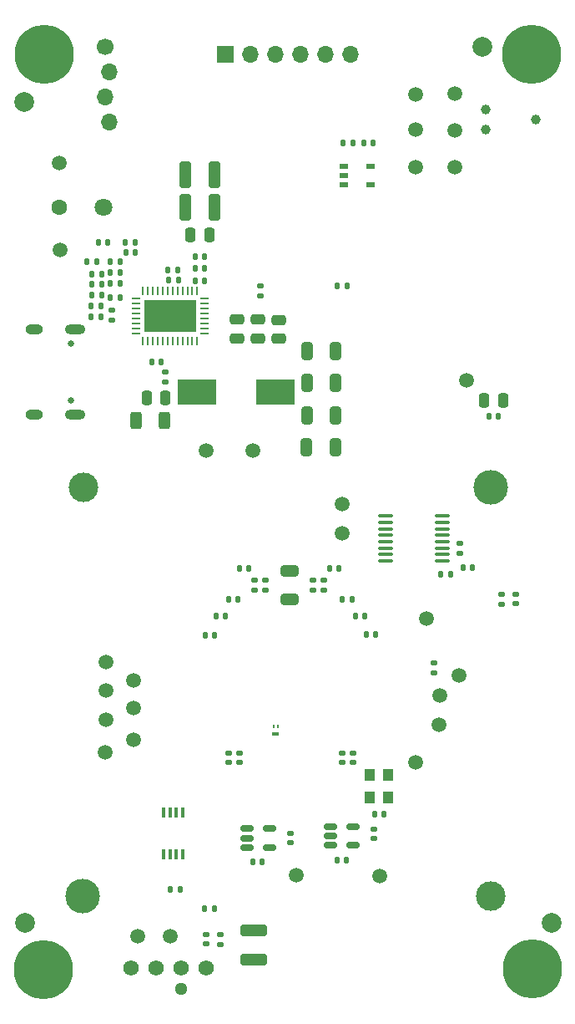
<source format=gbr>
%TF.GenerationSoftware,KiCad,Pcbnew,8.0.1*%
%TF.CreationDate,2024-07-15T09:21:23+08:00*%
%TF.ProjectId,bitaxeUltra,62697461-7865-4556-9c74-72612e6b6963,rev?*%
%TF.SameCoordinates,Original*%
%TF.FileFunction,Soldermask,Top*%
%TF.FilePolarity,Negative*%
%FSLAX46Y46*%
G04 Gerber Fmt 4.6, Leading zero omitted, Abs format (unit mm)*
G04 Created by KiCad (PCBNEW 8.0.1) date 2024-07-15 09:21:23*
%MOMM*%
%LPD*%
G01*
G04 APERTURE LIST*
G04 Aperture macros list*
%AMRoundRect*
0 Rectangle with rounded corners*
0 $1 Rounding radius*
0 $2 $3 $4 $5 $6 $7 $8 $9 X,Y pos of 4 corners*
0 Add a 4 corners polygon primitive as box body*
4,1,4,$2,$3,$4,$5,$6,$7,$8,$9,$2,$3,0*
0 Add four circle primitives for the rounded corners*
1,1,$1+$1,$2,$3*
1,1,$1+$1,$4,$5*
1,1,$1+$1,$6,$7*
1,1,$1+$1,$8,$9*
0 Add four rect primitives between the rounded corners*
20,1,$1+$1,$2,$3,$4,$5,0*
20,1,$1+$1,$4,$5,$6,$7,0*
20,1,$1+$1,$6,$7,$8,$9,0*
20,1,$1+$1,$8,$9,$2,$3,0*%
G04 Aperture macros list end*
%ADD10RoundRect,0.250000X-0.325000X-0.650000X0.325000X-0.650000X0.325000X0.650000X-0.325000X0.650000X0*%
%ADD11RoundRect,0.250000X0.475000X-0.250000X0.475000X0.250000X-0.475000X0.250000X-0.475000X-0.250000X0*%
%ADD12RoundRect,0.135000X0.135000X0.185000X-0.135000X0.185000X-0.135000X-0.185000X0.135000X-0.185000X0*%
%ADD13RoundRect,0.250000X-1.100000X0.325000X-1.100000X-0.325000X1.100000X-0.325000X1.100000X0.325000X0*%
%ADD14C,1.500000*%
%ADD15RoundRect,0.140000X-0.140000X-0.170000X0.140000X-0.170000X0.140000X0.170000X-0.140000X0.170000X0*%
%ADD16C,2.000000*%
%ADD17RoundRect,0.140000X0.140000X0.170000X-0.140000X0.170000X-0.140000X-0.170000X0.140000X-0.170000X0*%
%ADD18RoundRect,0.140000X0.170000X-0.140000X0.170000X0.140000X-0.170000X0.140000X-0.170000X-0.140000X0*%
%ADD19RoundRect,0.140000X-0.170000X0.140000X-0.170000X-0.140000X0.170000X-0.140000X0.170000X0.140000X0*%
%ADD20C,3.000000*%
%ADD21RoundRect,0.250000X0.312500X0.625000X-0.312500X0.625000X-0.312500X-0.625000X0.312500X-0.625000X0*%
%ADD22RoundRect,0.150000X-0.512500X-0.150000X0.512500X-0.150000X0.512500X0.150000X-0.512500X0.150000X0*%
%ADD23RoundRect,0.135000X-0.135000X-0.185000X0.135000X-0.185000X0.135000X0.185000X-0.135000X0.185000X0*%
%ADD24R,0.250000X0.400000*%
%ADD25R,0.700000X0.400000*%
%ADD26RoundRect,0.250000X-0.250000X-0.475000X0.250000X-0.475000X0.250000X0.475000X-0.250000X0.475000X0*%
%ADD27RoundRect,0.250000X-0.325000X-1.100000X0.325000X-1.100000X0.325000X1.100000X-0.325000X1.100000X0*%
%ADD28R,1.100000X1.300000*%
%ADD29C,0.800000*%
%ADD30C,6.000000*%
%ADD31RoundRect,0.250000X-0.650000X0.325000X-0.650000X-0.325000X0.650000X-0.325000X0.650000X0.325000X0*%
%ADD32RoundRect,0.135000X0.185000X-0.135000X0.185000X0.135000X-0.185000X0.135000X-0.185000X-0.135000X0*%
%ADD33R,0.400000X1.100000*%
%ADD34RoundRect,0.135000X-0.185000X0.135000X-0.185000X-0.135000X0.185000X-0.135000X0.185000X0.135000X0*%
%ADD35R,1.700000X1.700000*%
%ADD36O,1.700000X1.700000*%
%ADD37C,3.500000*%
%ADD38RoundRect,0.100000X-0.637500X-0.100000X0.637500X-0.100000X0.637500X0.100000X-0.637500X0.100000X0*%
%ADD39R,4.000000X2.600000*%
%ADD40RoundRect,0.062500X0.062500X-0.337500X0.062500X0.337500X-0.062500X0.337500X-0.062500X-0.337500X0*%
%ADD41RoundRect,0.062500X0.337500X-0.062500X0.337500X0.062500X-0.337500X0.062500X-0.337500X-0.062500X0*%
%ADD42C,0.400000*%
%ADD43R,5.300000X3.300000*%
%ADD44R,0.952500X0.558800*%
%ADD45C,1.295400*%
%ADD46C,1.574800*%
%ADD47C,1.700000*%
%ADD48C,0.650000*%
%ADD49O,1.800000X1.000000*%
%ADD50O,2.100000X1.000000*%
%ADD51C,0.990600*%
%ADD52C,1.600000*%
%ADD53C,1.800000*%
G04 APERTURE END LIST*
D10*
%TO.C,C20*%
X107435000Y-81120000D03*
X110385000Y-81120000D03*
%TD*%
D11*
%TO.C,C15*%
X100360000Y-79860000D03*
X100360000Y-77960000D03*
%TD*%
D12*
%TO.C,R21*%
X122010000Y-103710000D03*
X120990000Y-103710000D03*
%TD*%
D13*
%TO.C,C51*%
X102045000Y-139815000D03*
X102045000Y-142765000D03*
%TD*%
D14*
%TO.C,TP19*%
X114860000Y-134280000D03*
%TD*%
D15*
%TO.C,C9*%
X96090000Y-72760000D03*
X97050000Y-72760000D03*
%TD*%
D16*
%TO.C,FID2*%
X125270000Y-50310000D03*
%TD*%
%TO.C,FID4*%
X132260000Y-139060000D03*
%TD*%
%TO.C,FID3*%
X78850000Y-139070000D03*
%TD*%
D17*
%TO.C,C41*%
X101570000Y-103154000D03*
X100610000Y-103154000D03*
%TD*%
D14*
%TO.C,TP18*%
X120820000Y-119010000D03*
%TD*%
D18*
%TO.C,C42*%
X100655438Y-122810000D03*
X100655438Y-121850000D03*
%TD*%
D14*
%TO.C,TP8*%
X123610000Y-84120000D03*
%TD*%
D19*
%TO.C,C40*%
X108072400Y-104360000D03*
X108072400Y-105320000D03*
%TD*%
D17*
%TO.C,C46*%
X99161000Y-108024000D03*
X98201000Y-108024000D03*
%TD*%
D20*
%TO.C,H6*%
X84764000Y-94984000D03*
%TD*%
D19*
%TO.C,C39*%
X102110000Y-104360000D03*
X102110000Y-105320000D03*
%TD*%
D21*
%TO.C,R12*%
X93012500Y-88210000D03*
X90087500Y-88210000D03*
%TD*%
D19*
%TO.C,C13*%
X87630000Y-77010000D03*
X87630000Y-77970000D03*
%TD*%
D11*
%TO.C,C14*%
X104580000Y-79880000D03*
X104580000Y-77980000D03*
%TD*%
D22*
%TO.C,U6*%
X101392500Y-129520000D03*
X101392500Y-130470000D03*
X101392500Y-131420000D03*
X103667500Y-131420000D03*
X103667500Y-129520000D03*
%TD*%
D23*
%TO.C,R1*%
X85590000Y-75500000D03*
X86610000Y-75500000D03*
%TD*%
D14*
%TO.C,TP13*%
X110990000Y-96640000D03*
%TD*%
D24*
%TO.C,Q1*%
X104505000Y-119200000D03*
X104055000Y-119200000D03*
D25*
X104280000Y-119900000D03*
%TD*%
D14*
%TO.C,TP37*%
X93610000Y-140380000D03*
%TD*%
D12*
%TO.C,R8*%
X90070000Y-70100000D03*
X89050000Y-70100000D03*
%TD*%
%TO.C,R11*%
X94390000Y-72930000D03*
X93370000Y-72930000D03*
%TD*%
D10*
%TO.C,C18*%
X107435000Y-87660000D03*
X110385000Y-87660000D03*
%TD*%
D14*
%TO.C,TP38*%
X90300000Y-140410000D03*
%TD*%
%TO.C,TP33*%
X87080000Y-118492000D03*
%TD*%
%TO.C,TP3*%
X101980000Y-91230000D03*
%TD*%
D26*
%TO.C,C24*%
X125440000Y-86180000D03*
X127340000Y-86180000D03*
%TD*%
D14*
%TO.C,TP9*%
X122440000Y-55090000D03*
%TD*%
D20*
%TO.C,H5*%
X126130000Y-136350000D03*
%TD*%
D11*
%TO.C,C16*%
X102480000Y-79860000D03*
X102480000Y-77960000D03*
%TD*%
D18*
%TO.C,C45*%
X99525438Y-122820000D03*
X99525438Y-121860000D03*
%TD*%
D19*
%TO.C,C10*%
X102750000Y-74560000D03*
X102750000Y-75520000D03*
%TD*%
D23*
%TO.C,R2*%
X85110000Y-72100000D03*
X86130000Y-72100000D03*
%TD*%
D18*
%TO.C,C35*%
X112140000Y-122790000D03*
X112140000Y-121830000D03*
%TD*%
D27*
%TO.C,C4*%
X95125000Y-66550000D03*
X98075000Y-66550000D03*
%TD*%
D15*
%TO.C,C6*%
X96090000Y-74000000D03*
X97050000Y-74000000D03*
%TD*%
%TO.C,C25*%
X125910000Y-87790000D03*
X126870000Y-87790000D03*
%TD*%
D28*
%TO.C,U7*%
X115680000Y-126370000D03*
X115680000Y-124070000D03*
X113780000Y-124070000D03*
X113780000Y-126370000D03*
%TD*%
D15*
%TO.C,C27*%
X101940000Y-132840000D03*
X102900000Y-132840000D03*
%TD*%
D29*
%TO.C,H1*%
X127985010Y-51120990D03*
X128644020Y-49530000D03*
X128644020Y-52711980D03*
X130235010Y-48870990D03*
D30*
X130235010Y-51120990D03*
D29*
X130235010Y-53370990D03*
X131826000Y-49530000D03*
X131826000Y-52711980D03*
X132485010Y-51120990D03*
%TD*%
D14*
%TO.C,TP4*%
X97220000Y-91210000D03*
%TD*%
D12*
%TO.C,R7*%
X88520000Y-74320000D03*
X87500000Y-74320000D03*
%TD*%
D14*
%TO.C,TP11*%
X118480000Y-58690000D03*
%TD*%
D17*
%TO.C,C29*%
X115270000Y-128010000D03*
X114310000Y-128010000D03*
%TD*%
D16*
%TO.C,FID1*%
X78750000Y-55900000D03*
%TD*%
D19*
%TO.C,C12*%
X93100000Y-83280000D03*
X93100000Y-84240000D03*
%TD*%
D14*
%TO.C,TP14*%
X122860000Y-113980000D03*
%TD*%
%TO.C,TP5*%
X118460000Y-62540000D03*
%TD*%
D31*
%TO.C,C43*%
X105670000Y-103375000D03*
X105670000Y-106325000D03*
%TD*%
D14*
%TO.C,TP15*%
X119550000Y-108280000D03*
%TD*%
%TO.C,TP22*%
X118520000Y-122760000D03*
%TD*%
D32*
%TO.C,R25*%
X98640000Y-141260000D03*
X98640000Y-140240000D03*
%TD*%
D19*
%TO.C,C22*%
X128670000Y-105770000D03*
X128670000Y-106730000D03*
%TD*%
D33*
%TO.C,U10*%
X94870000Y-127840000D03*
X94220000Y-127840000D03*
X93570000Y-127840000D03*
X92920000Y-127840000D03*
X92920000Y-132140000D03*
X93570000Y-132140000D03*
X94220000Y-132140000D03*
X94870000Y-132140000D03*
%TD*%
D17*
%TO.C,C8*%
X90040000Y-71130000D03*
X89080000Y-71130000D03*
%TD*%
D23*
%TO.C,R5*%
X87490000Y-75720000D03*
X88510000Y-75720000D03*
%TD*%
D12*
%TO.C,R6*%
X88510000Y-72100000D03*
X87490000Y-72100000D03*
%TD*%
D14*
%TO.C,TP29*%
X87080000Y-112616000D03*
%TD*%
D22*
%TO.C,U5*%
X109843500Y-129279000D03*
X109843500Y-130229000D03*
X109843500Y-131179000D03*
X112118500Y-131179000D03*
X112118500Y-129279000D03*
%TD*%
D29*
%TO.C,H3*%
X128052000Y-143728000D03*
X128711010Y-142137010D03*
X128711010Y-145318990D03*
X130302000Y-141478000D03*
D30*
X130302000Y-143728000D03*
D29*
X130302000Y-145978000D03*
X131892990Y-142137010D03*
X131892990Y-145318990D03*
X132552000Y-143728000D03*
%TD*%
D19*
%TO.C,C49*%
X122930000Y-100640000D03*
X122930000Y-101600000D03*
%TD*%
D14*
%TO.C,TP2*%
X82310000Y-62100000D03*
%TD*%
D12*
%TO.C,R9*%
X94400000Y-73990000D03*
X93380000Y-73990000D03*
%TD*%
D19*
%TO.C,C38*%
X103240000Y-104360000D03*
X103240000Y-105320000D03*
%TD*%
D17*
%TO.C,C23*%
X114200000Y-60030000D03*
X113240000Y-60030000D03*
%TD*%
D14*
%TO.C,TP6*%
X122430000Y-62540000D03*
%TD*%
D10*
%TO.C,C19*%
X107435000Y-84400000D03*
X110385000Y-84400000D03*
%TD*%
D23*
%TO.C,R4*%
X85590000Y-73360000D03*
X86610000Y-73360000D03*
%TD*%
D14*
%TO.C,TP21*%
X87020000Y-121810000D03*
%TD*%
D34*
%TO.C,R17*%
X120380000Y-112750000D03*
X120380000Y-113770000D03*
%TD*%
D15*
%TO.C,C7*%
X96110000Y-71540000D03*
X97070000Y-71540000D03*
%TD*%
D35*
%TO.C,J4*%
X99171505Y-51054000D03*
D36*
X101711505Y-51054000D03*
X104251505Y-51054000D03*
X106791505Y-51054000D03*
X109331505Y-51054000D03*
X111871505Y-51054000D03*
%TD*%
D14*
%TO.C,TP16*%
X110990000Y-99610000D03*
%TD*%
%TO.C,TP34*%
X89860000Y-120480000D03*
%TD*%
D29*
%TO.C,H4*%
X78455010Y-143830990D03*
X79114020Y-142240000D03*
X79114020Y-145421980D03*
X80705010Y-141580990D03*
D30*
X80705010Y-143830990D03*
D29*
X80705010Y-146080990D03*
X82296000Y-142240000D03*
X82296000Y-145421980D03*
X82955010Y-143830990D03*
%TD*%
D14*
%TO.C,TP1*%
X82390000Y-70940000D03*
%TD*%
D12*
%TO.C,R13*%
X86600000Y-77640000D03*
X85580000Y-77640000D03*
%TD*%
D19*
%TO.C,C53*%
X97200000Y-140250000D03*
X97200000Y-141210000D03*
%TD*%
D37*
%TO.C,H8*%
X84710000Y-136360000D03*
%TD*%
D17*
%TO.C,C48*%
X98090000Y-109925000D03*
X97130000Y-109925000D03*
%TD*%
%TO.C,C28*%
X114410000Y-109860000D03*
X113450000Y-109860000D03*
%TD*%
D38*
%TO.C,U9*%
X115427500Y-97855000D03*
X115427500Y-98505000D03*
X115427500Y-99155000D03*
X115427500Y-99805000D03*
X115427500Y-100455000D03*
X115427500Y-101105000D03*
X115427500Y-101755000D03*
X115427500Y-102405000D03*
X121152500Y-102405000D03*
X121152500Y-101755000D03*
X121152500Y-101105000D03*
X121152500Y-100455000D03*
X121152500Y-99805000D03*
X121152500Y-99155000D03*
X121152500Y-98505000D03*
X121152500Y-97855000D03*
%TD*%
D23*
%TO.C,R24*%
X93560000Y-135710000D03*
X94580000Y-135710000D03*
%TD*%
D15*
%TO.C,C5*%
X86310000Y-70110000D03*
X87270000Y-70110000D03*
%TD*%
D17*
%TO.C,C34*%
X112010000Y-106266000D03*
X111050000Y-106266000D03*
%TD*%
D39*
%TO.C,L1*%
X96295000Y-85255000D03*
X104245000Y-85255000D03*
%TD*%
D10*
%TO.C,C17*%
X107415000Y-90910000D03*
X110365000Y-90910000D03*
%TD*%
D15*
%TO.C,C26*%
X110481000Y-132739000D03*
X111441000Y-132739000D03*
%TD*%
D17*
%TO.C,C47*%
X124270000Y-103110000D03*
X123310000Y-103110000D03*
%TD*%
D18*
%TO.C,C33*%
X111000000Y-122790000D03*
X111000000Y-121830000D03*
%TD*%
D29*
%TO.C,H2*%
X78558000Y-51054000D03*
X79217010Y-49463010D03*
X79217010Y-52644990D03*
X80808000Y-48804000D03*
D30*
X80808000Y-51054000D03*
D29*
X80808000Y-53304000D03*
X82398990Y-49463010D03*
X82398990Y-52644990D03*
X83058000Y-51054000D03*
%TD*%
D19*
%TO.C,C37*%
X109190000Y-104360000D03*
X109190000Y-105320000D03*
%TD*%
D17*
%TO.C,C1*%
X92650000Y-82220000D03*
X91690000Y-82220000D03*
%TD*%
%TO.C,C36*%
X110695000Y-103146000D03*
X109735000Y-103146000D03*
%TD*%
D14*
%TO.C,TP20*%
X106360000Y-134230000D03*
%TD*%
D37*
%TO.C,H7*%
X126060000Y-94910000D03*
%TD*%
D14*
%TO.C,TP17*%
X120900000Y-116060000D03*
%TD*%
%TO.C,TP30*%
X89890000Y-114520000D03*
%TD*%
D23*
%TO.C,R15*%
X110480000Y-74510000D03*
X111500000Y-74510000D03*
%TD*%
D40*
%TO.C,U2*%
X90830000Y-80090000D03*
X91330000Y-80090000D03*
X91830000Y-80090000D03*
X92330000Y-80090000D03*
X92830000Y-80090000D03*
X93330000Y-80090000D03*
X93830000Y-80090000D03*
X94330000Y-80090000D03*
X94830000Y-80090000D03*
X95330000Y-80090000D03*
X95830000Y-80090000D03*
X96330000Y-80090000D03*
D41*
X97080000Y-79340000D03*
X97080000Y-78840000D03*
X97080000Y-78340000D03*
X97080000Y-77840000D03*
X97080000Y-77340000D03*
X97080000Y-76840000D03*
X97080000Y-76340000D03*
X97080000Y-75840000D03*
D40*
X96330000Y-75090000D03*
X95830000Y-75090000D03*
X95330000Y-75090000D03*
X94830000Y-75090000D03*
X94330000Y-75090000D03*
X93830000Y-75090000D03*
X93330000Y-75090000D03*
X92830000Y-75090000D03*
X92330000Y-75090000D03*
X91830000Y-75090000D03*
X91330000Y-75090000D03*
X90830000Y-75090000D03*
D41*
X90080000Y-75840000D03*
X90080000Y-76340000D03*
X90080000Y-76840000D03*
X90080000Y-77340000D03*
X90080000Y-77840000D03*
X90080000Y-78340000D03*
X90080000Y-78840000D03*
X90080000Y-79340000D03*
D42*
X92180000Y-78870000D03*
X93580000Y-78870000D03*
X94980000Y-78870000D03*
X91180000Y-77590000D03*
X92180000Y-77590000D03*
X93580000Y-77590000D03*
D43*
X93580000Y-77590000D03*
D42*
X94980000Y-77590000D03*
X95980000Y-77590000D03*
X92180000Y-76310000D03*
X93580000Y-76310000D03*
X94980000Y-76310000D03*
%TD*%
D27*
%TO.C,C3*%
X95125000Y-63300000D03*
X98075000Y-63300000D03*
%TD*%
D23*
%TO.C,R3*%
X85590000Y-74330000D03*
X86610000Y-74330000D03*
%TD*%
D12*
%TO.C,R10*%
X88520000Y-73170000D03*
X87500000Y-73170000D03*
%TD*%
D17*
%TO.C,C32*%
X113310000Y-108026000D03*
X112350000Y-108026000D03*
%TD*%
D32*
%TO.C,R16*%
X127240000Y-106770000D03*
X127240000Y-105750000D03*
%TD*%
D17*
%TO.C,C52*%
X98040000Y-137640000D03*
X97080000Y-137640000D03*
%TD*%
D26*
%TO.C,C11*%
X91190000Y-85860000D03*
X93090000Y-85860000D03*
%TD*%
D15*
%TO.C,C21*%
X111140000Y-60030000D03*
X112100000Y-60030000D03*
%TD*%
D14*
%TO.C,TP31*%
X87080000Y-115554000D03*
%TD*%
%TO.C,TP7*%
X122420000Y-58830000D03*
%TD*%
%TO.C,TP32*%
X89890000Y-117310000D03*
%TD*%
D23*
%TO.C,R14*%
X85580000Y-76570000D03*
X86600000Y-76570000D03*
%TD*%
D19*
%TO.C,C30*%
X114240000Y-129540000D03*
X114240000Y-130500000D03*
%TD*%
D26*
%TO.C,C2*%
X95650000Y-69350000D03*
X97550000Y-69350000D03*
%TD*%
D17*
%TO.C,C44*%
X100441000Y-106284000D03*
X99481000Y-106284000D03*
%TD*%
D44*
%TO.C,U3*%
X111185050Y-62440200D03*
X111185050Y-63380000D03*
X111185050Y-64319800D03*
X113940950Y-64319800D03*
X113940950Y-62440200D03*
%TD*%
D14*
%TO.C,TP10*%
X118480000Y-55140000D03*
%TD*%
D19*
%TO.C,C31*%
X105750000Y-129990000D03*
X105750000Y-130950000D03*
%TD*%
D45*
%TO.C,J6*%
X94701000Y-145782001D03*
D46*
X89621000Y-143622000D03*
X92161000Y-143622000D03*
X94701000Y-143622000D03*
X97241000Y-143622000D03*
%TD*%
D47*
%TO.C,J3*%
X87005000Y-50292000D03*
D36*
X87405000Y-52832000D03*
X87005000Y-55372000D03*
X87405000Y-57912000D03*
%TD*%
D48*
%TO.C,J5*%
X83470000Y-86150000D03*
X83470000Y-80370000D03*
D49*
X79790000Y-87580000D03*
D50*
X83970000Y-87580000D03*
D49*
X79790000Y-78940000D03*
D50*
X83970000Y-78940000D03*
%TD*%
D51*
%TO.C,J2*%
X130670000Y-57730000D03*
X125590000Y-58746000D03*
X125590000Y-56714000D03*
%TD*%
D52*
%TO.C,J1*%
X82330000Y-66620000D03*
D53*
X86830000Y-66620000D03*
%TD*%
M02*

</source>
